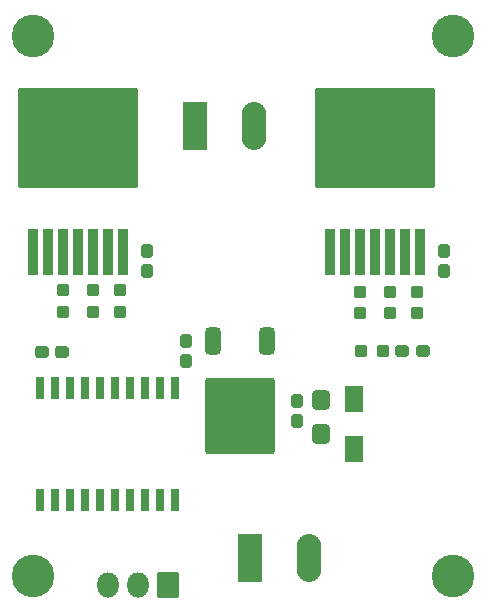
<source format=gbr>
%TF.GenerationSoftware,KiCad,Pcbnew,7.0.5*%
%TF.CreationDate,2023-07-07T01:57:58+07:00*%
%TF.ProjectId,driver_motor,64726976-6572-45f6-9d6f-746f722e6b69,rev?*%
%TF.SameCoordinates,Original*%
%TF.FileFunction,Soldermask,Top*%
%TF.FilePolarity,Negative*%
%FSLAX46Y46*%
G04 Gerber Fmt 4.6, Leading zero omitted, Abs format (unit mm)*
G04 Created by KiCad (PCBNEW 7.0.5) date 2023-07-07 01:57:58*
%MOMM*%
%LPD*%
G01*
G04 APERTURE LIST*
G04 Aperture macros list*
%AMRoundRect*
0 Rectangle with rounded corners*
0 $1 Rounding radius*
0 $2 $3 $4 $5 $6 $7 $8 $9 X,Y pos of 4 corners*
0 Add a 4 corners polygon primitive as box body*
4,1,4,$2,$3,$4,$5,$6,$7,$8,$9,$2,$3,0*
0 Add four circle primitives for the rounded corners*
1,1,$1+$1,$2,$3*
1,1,$1+$1,$4,$5*
1,1,$1+$1,$6,$7*
1,1,$1+$1,$8,$9*
0 Add four rect primitives between the rounded corners*
20,1,$1+$1,$2,$3,$4,$5,0*
20,1,$1+$1,$4,$5,$6,$7,0*
20,1,$1+$1,$6,$7,$8,$9,0*
20,1,$1+$1,$8,$9,$2,$3,0*%
G04 Aperture macros list end*
%ADD10RoundRect,0.288300X0.237500X-0.300000X0.237500X0.300000X-0.237500X0.300000X-0.237500X-0.300000X0*%
%ADD11RoundRect,0.050800X-0.990000X-1.980000X0.990000X-1.980000X0.990000X1.980000X-0.990000X1.980000X0*%
%ADD12O,2.081600X4.061600*%
%ADD13RoundRect,0.288300X-0.237500X0.250000X-0.237500X-0.250000X0.237500X-0.250000X0.237500X0.250000X0*%
%ADD14RoundRect,0.288300X0.287500X0.237500X-0.287500X0.237500X-0.287500X-0.237500X0.287500X-0.237500X0*%
%ADD15RoundRect,0.300800X-0.425000X0.537500X-0.425000X-0.537500X0.425000X-0.537500X0.425000X0.537500X0*%
%ADD16RoundRect,0.288300X0.237500X-0.250000X0.237500X0.250000X-0.237500X0.250000X-0.237500X-0.250000X0*%
%ADD17C,3.601600*%
%ADD18RoundRect,0.050800X0.400000X-1.905000X0.400000X1.905000X-0.400000X1.905000X-0.400000X-1.905000X0*%
%ADD19RoundRect,0.050800X-5.035000X-4.145000X5.035000X-4.145000X5.035000X4.145000X-5.035000X4.145000X0*%
%ADD20RoundRect,0.050800X-0.865000X1.015000X-0.865000X-1.015000X0.865000X-1.015000X0.865000X1.015000X0*%
%ADD21O,1.831600X2.131600*%
%ADD22RoundRect,0.300800X-0.350000X0.850000X-0.350000X-0.850000X0.350000X-0.850000X0.350000X0.850000X0*%
%ADD23RoundRect,0.300797X-2.650003X2.950003X-2.650003X-2.950003X2.650003X-2.950003X2.650003X2.950003X0*%
%ADD24RoundRect,0.288300X-0.300000X-0.237500X0.300000X-0.237500X0.300000X0.237500X-0.300000X0.237500X0*%
%ADD25RoundRect,0.288300X-0.237500X0.300000X-0.237500X-0.300000X0.237500X-0.300000X0.237500X0.300000X0*%
%ADD26RoundRect,0.050800X-0.750000X1.045000X-0.750000X-1.045000X0.750000X-1.045000X0.750000X1.045000X0*%
%ADD27RoundRect,0.092100X0.253700X-0.848700X0.253700X0.848700X-0.253700X0.848700X-0.253700X-0.848700X0*%
%ADD28RoundRect,0.288300X-0.250000X-0.237500X0.250000X-0.237500X0.250000X0.237500X-0.250000X0.237500X0*%
G04 APERTURE END LIST*
D10*
%TO.C,C4*%
X158242000Y-47852500D03*
X158242000Y-46127500D03*
%TD*%
D11*
%TO.C,J3*%
X162335000Y-35560000D03*
D12*
X167335000Y-35560000D03*
%TD*%
D13*
%TO.C,R10*%
X178816000Y-49617500D03*
X178816000Y-51442500D03*
%TD*%
D14*
%TO.C,5V1*%
X181610000Y-54610000D03*
X179860000Y-54610000D03*
%TD*%
D10*
%TO.C,C2*%
X170942000Y-60552500D03*
X170942000Y-58827500D03*
%TD*%
D15*
%TO.C,C1*%
X172974000Y-58760500D03*
X172974000Y-61635500D03*
%TD*%
D16*
%TO.C,R6*%
X176276000Y-51426500D03*
X176276000Y-49601500D03*
%TD*%
D17*
%TO.C,H3*%
X148590000Y-73660000D03*
%TD*%
D18*
%TO.C,U5*%
X173736000Y-46236000D03*
X175006000Y-46236000D03*
X176276000Y-46236000D03*
X177546000Y-46236000D03*
X178816000Y-46236000D03*
X180086000Y-46236000D03*
X181356000Y-46236000D03*
D19*
X177546000Y-36576000D03*
%TD*%
D10*
%TO.C,C3*%
X161544000Y-55472500D03*
X161544000Y-53747500D03*
%TD*%
D13*
%TO.C,R4*%
X155956000Y-49463500D03*
X155956000Y-51288500D03*
%TD*%
D20*
%TO.C,J2*%
X160030000Y-74422000D03*
D21*
X157490000Y-74422000D03*
X154950000Y-74422000D03*
%TD*%
D13*
%TO.C,R7*%
X181102000Y-49617500D03*
X181102000Y-51442500D03*
%TD*%
D17*
%TO.C,H1*%
X148590000Y-27940000D03*
%TD*%
D22*
%TO.C,U1*%
X168396000Y-53795000D03*
D23*
X166116000Y-60095000D03*
D22*
X163836000Y-53795000D03*
%TD*%
D16*
%TO.C,R2*%
X151130000Y-51320500D03*
X151130000Y-49495500D03*
%TD*%
D24*
%TO.C,C6*%
X149352000Y-54710000D03*
X151077000Y-54710000D03*
%TD*%
D17*
%TO.C,H2*%
X184150000Y-27940000D03*
%TD*%
D13*
%TO.C,R1*%
X153670000Y-49479500D03*
X153670000Y-51304500D03*
%TD*%
D25*
%TO.C,C5*%
X183388000Y-46127500D03*
X183388000Y-47852500D03*
%TD*%
D26*
%TO.C,D1*%
X175768000Y-62957000D03*
X175768000Y-58697000D03*
%TD*%
D17*
%TO.C,H4*%
X184150000Y-73660000D03*
%TD*%
D18*
%TO.C,U2*%
X148590000Y-46236000D03*
X149860000Y-46236000D03*
X151130000Y-46236000D03*
X152400000Y-46236000D03*
X153670000Y-46236000D03*
X154940000Y-46236000D03*
X156210000Y-46236000D03*
D19*
X152400000Y-36576000D03*
%TD*%
D11*
%TO.C,J1*%
X166958000Y-72136000D03*
D12*
X171958000Y-72136000D03*
%TD*%
D27*
%TO.C,U3*%
X149225000Y-67224000D03*
X150495000Y-67224000D03*
X151765000Y-67224000D03*
X153035000Y-67224000D03*
X154305000Y-67224000D03*
X155575000Y-67224000D03*
X156845000Y-67224000D03*
X158115000Y-67224000D03*
X159385000Y-67224000D03*
X160655000Y-67224000D03*
X160655000Y-57744000D03*
X159385000Y-57744000D03*
X158115000Y-57744000D03*
X156845000Y-57744000D03*
X155575000Y-57744000D03*
X154305000Y-57744000D03*
X153035000Y-57744000D03*
X151765000Y-57744000D03*
X150495000Y-57744000D03*
X149225000Y-57744000D03*
%TD*%
D28*
%TO.C,R11*%
X176379500Y-54610000D03*
X178204500Y-54610000D03*
%TD*%
M02*

</source>
